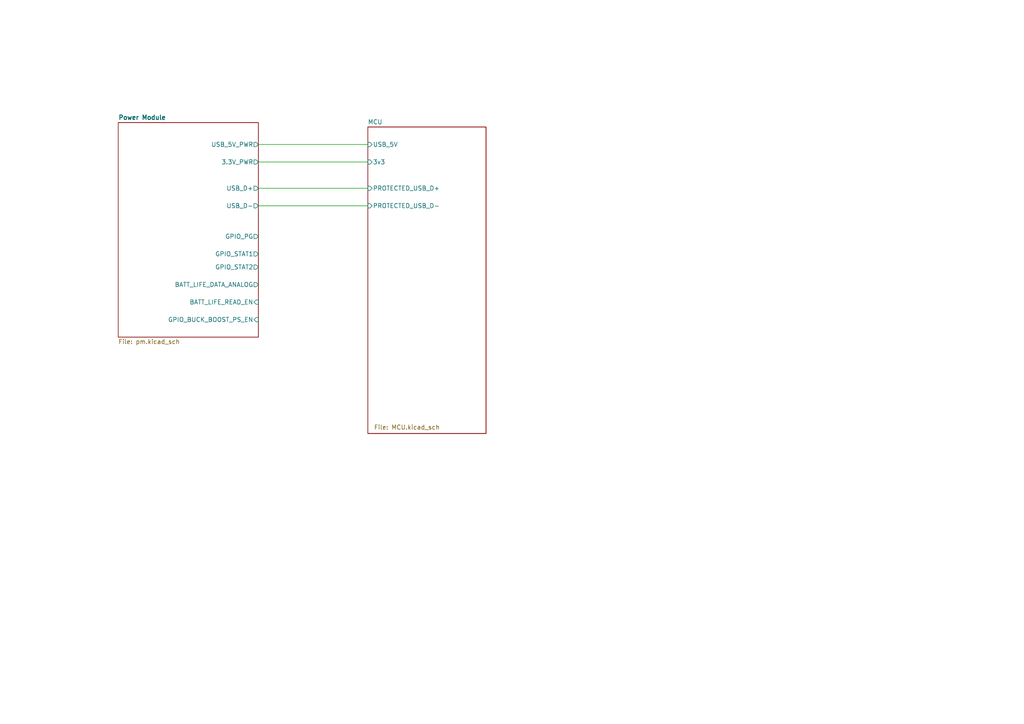
<source format=kicad_sch>
(kicad_sch
	(version 20250114)
	(generator "eeschema")
	(generator_version "9.0")
	(uuid "e4f9bba2-da13-4112-aedf-46c28c1e9ba9")
	(paper "A4")
	(lib_symbols)
	(wire
		(pts
			(xy 74.93 54.61) (xy 106.68 54.61)
		)
		(stroke
			(width 0)
			(type default)
		)
		(uuid "2d4f021c-b8ee-4fc2-8680-278ae12047df")
	)
	(wire
		(pts
			(xy 74.93 41.91) (xy 106.68 41.91)
		)
		(stroke
			(width 0)
			(type default)
		)
		(uuid "3f5bf4a2-392e-4d3f-8768-e03caafd87af")
	)
	(wire
		(pts
			(xy 74.93 46.99) (xy 106.68 46.99)
		)
		(stroke
			(width 0)
			(type default)
		)
		(uuid "dc610727-9a0b-4c67-90a3-d2f37c34ed4d")
	)
	(wire
		(pts
			(xy 74.93 59.69) (xy 106.68 59.69)
		)
		(stroke
			(width 0)
			(type default)
		)
		(uuid "e58f88b3-04db-4cfe-8f17-013e02b9fb24")
	)
	(sheet
		(at 34.29 35.56)
		(size 40.64 62.23)
		(exclude_from_sim no)
		(in_bom yes)
		(on_board yes)
		(dnp no)
		(fields_autoplaced yes)
		(stroke
			(width 0.1524)
			(type solid)
		)
		(fill
			(color 0 0 0 0.0000)
		)
		(uuid "48f11385-1c54-4192-8f69-65548164d7b3")
		(property "Sheetname" "Power Module"
			(at 34.29 34.8334 0)
			(effects
				(font
					(size 1.3 1.3)
					(thickness 0.254)
					(bold yes)
				)
				(justify left bottom)
			)
		)
		(property "Sheetfile" "pm.kicad_sch"
			(at 34.29 98.3746 0)
			(effects
				(font
					(size 1.27 1.27)
				)
				(justify left top)
			)
		)
		(pin "3.3V_PWR" output
			(at 74.93 46.99 0)
			(uuid "4c26cc5f-be34-4f29-b0ac-29dfccd61834")
			(effects
				(font
					(size 1.27 1.27)
				)
				(justify right)
			)
		)
		(pin "USB_D+" output
			(at 74.93 54.61 0)
			(uuid "bbe66754-fd5b-481f-87cf-5db05f7e7cab")
			(effects
				(font
					(size 1.27 1.27)
				)
				(justify right)
			)
		)
		(pin "USB_D-" output
			(at 74.93 59.69 0)
			(uuid "1848b355-f759-466c-acbb-d2a58d17d85f")
			(effects
				(font
					(size 1.27 1.27)
				)
				(justify right)
			)
		)
		(pin "GPIO_PG" output
			(at 74.93 68.58 0)
			(uuid "5e3197bb-3604-4286-bcae-20cc76c24e34")
			(effects
				(font
					(size 1.27 1.27)
				)
				(justify right)
			)
		)
		(pin "GPIO_STAT1" output
			(at 74.93 73.66 0)
			(uuid "945032ca-4dfc-4faf-9512-3f1c59270ca1")
			(effects
				(font
					(size 1.27 1.27)
				)
				(justify right)
			)
		)
		(pin "GPIO_STAT2" output
			(at 74.93 77.47 0)
			(uuid "f68da05f-28b1-4f77-aa34-c1d6af5ded28")
			(effects
				(font
					(size 1.27 1.27)
				)
				(justify right)
			)
		)
		(pin "BATT_LIFE_DATA_ANALOG" output
			(at 74.93 82.55 0)
			(uuid "f1e9e439-3938-4932-b669-531167629309")
			(effects
				(font
					(size 1.27 1.27)
				)
				(justify right)
			)
		)
		(pin "BATT_LIFE_READ_EN" input
			(at 74.93 87.63 0)
			(uuid "884c359a-e624-4cab-b8ca-fc60e848fa35")
			(effects
				(font
					(size 1.27 1.27)
				)
				(justify right)
			)
		)
		(pin "GPIO_BUCK_BOOST_PS_EN" input
			(at 74.93 92.71 0)
			(uuid "8282829f-576e-4a1b-a3a6-818ffe71cf5d")
			(effects
				(font
					(size 1.27 1.27)
				)
				(justify right)
			)
		)
		(pin "USB_5V_PWR" output
			(at 74.93 41.91 0)
			(uuid "c5bbca8a-16be-421a-85d6-74de22284a25")
			(effects
				(font
					(size 1.27 1.27)
				)
				(justify right)
			)
		)
		(instances
			(project "v1"
				(path "/e4f9bba2-da13-4112-aedf-46c28c1e9ba9"
					(page "1")
				)
			)
		)
	)
	(sheet
		(at 106.68 36.83)
		(size 34.29 88.9)
		(exclude_from_sim no)
		(in_bom yes)
		(on_board yes)
		(dnp no)
		(stroke
			(width 0.1524)
			(type solid)
		)
		(fill
			(color 0 0 0 0.0000)
		)
		(uuid "813bd476-1655-4c4a-8456-c894a617e546")
		(property "Sheetname" "MCU"
			(at 106.68 36.1184 0)
			(effects
				(font
					(size 1.27 1.27)
				)
				(justify left bottom)
			)
		)
		(property "Sheetfile" "MCU.kicad_sch"
			(at 108.458 123.19 0)
			(effects
				(font
					(size 1.27 1.27)
				)
				(justify left top)
			)
		)
		(pin "3v3" input
			(at 106.68 46.99 180)
			(uuid "f4514430-1bdf-4159-8714-bf31dcd45094")
			(effects
				(font
					(size 1.27 1.27)
				)
				(justify left)
			)
		)
		(pin "PROTECTED_USB_D+" input
			(at 106.68 54.61 180)
			(uuid "85374d3b-2be5-47a0-b872-ee107ced7da5")
			(effects
				(font
					(size 1.27 1.27)
				)
				(justify left)
			)
		)
		(pin "PROTECTED_USB_D-" input
			(at 106.68 59.69 180)
			(uuid "71ad96d6-cf02-44ed-92e8-7babc1a5d6c1")
			(effects
				(font
					(size 1.27 1.27)
				)
				(justify left)
			)
		)
		(pin "USB_5V" input
			(at 106.68 41.91 180)
			(uuid "b3d0a3ba-3b5c-44e4-8198-ebe6ec0261e5")
			(effects
				(font
					(size 1.27 1.27)
				)
				(justify left)
			)
		)
		(instances
			(project "v1"
				(path "/e4f9bba2-da13-4112-aedf-46c28c1e9ba9"
					(page "2")
				)
			)
		)
	)
	(sheet_instances
		(path "/"
			(page "1")
		)
	)
	(embedded_fonts no)
)

</source>
